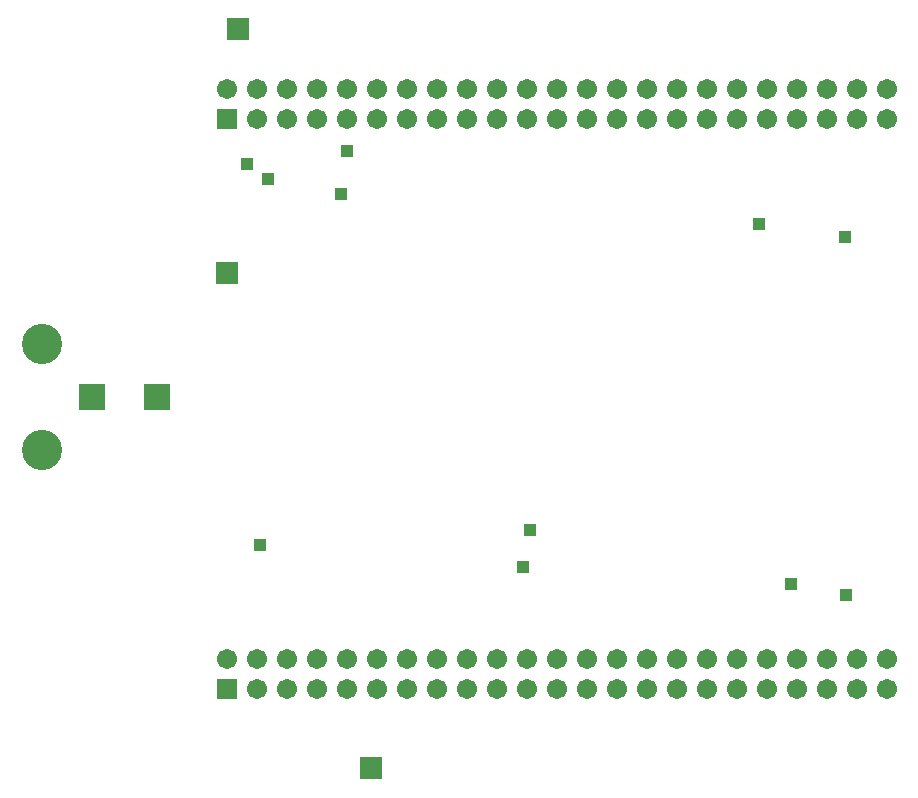
<source format=gbs>
G75*
%MOIN*%
%OFA0B0*%
%FSLAX24Y24*%
%IPPOS*%
%LPD*%
%AMOC8*
5,1,8,0,0,1.08239X$1,22.5*
%
%ADD10R,0.0907X0.0907*%
%ADD11C,0.1340*%
%ADD12R,0.0674X0.0674*%
%ADD13C,0.0674*%
%ADD14R,0.0730X0.0730*%
%ADD15R,0.0437X0.0437*%
D10*
X005583Y015650D03*
X007748Y015650D03*
D11*
X003930Y013878D03*
X003930Y017422D03*
D12*
X010083Y005900D03*
X010083Y024900D03*
D13*
X010083Y025900D03*
X011083Y025900D03*
X012083Y025900D03*
X012083Y024900D03*
X011083Y024900D03*
X013083Y024900D03*
X014083Y024900D03*
X014083Y025900D03*
X013083Y025900D03*
X015083Y025900D03*
X016083Y025900D03*
X017083Y025900D03*
X017083Y024900D03*
X016083Y024900D03*
X015083Y024900D03*
X018083Y024900D03*
X019083Y024900D03*
X019083Y025900D03*
X018083Y025900D03*
X020083Y025900D03*
X021083Y025900D03*
X021083Y024900D03*
X020083Y024900D03*
X022083Y024900D03*
X023083Y024900D03*
X023083Y025900D03*
X022083Y025900D03*
X024083Y025900D03*
X025083Y025900D03*
X025083Y024900D03*
X024083Y024900D03*
X026083Y024900D03*
X027083Y024900D03*
X028083Y024900D03*
X028083Y025900D03*
X027083Y025900D03*
X026083Y025900D03*
X029083Y025900D03*
X030083Y025900D03*
X030083Y024900D03*
X029083Y024900D03*
X031083Y024900D03*
X032083Y024900D03*
X032083Y025900D03*
X031083Y025900D03*
X031083Y006900D03*
X032083Y006900D03*
X032083Y005900D03*
X031083Y005900D03*
X030083Y005900D03*
X029083Y005900D03*
X028083Y005900D03*
X027083Y005900D03*
X026083Y005900D03*
X025083Y005900D03*
X024083Y005900D03*
X023083Y005900D03*
X022083Y005900D03*
X021083Y005900D03*
X020083Y005900D03*
X019083Y005900D03*
X018083Y005900D03*
X017083Y005900D03*
X016083Y005900D03*
X015083Y005900D03*
X014083Y005900D03*
X013083Y005900D03*
X012083Y005900D03*
X011083Y005900D03*
X011083Y006900D03*
X012083Y006900D03*
X013083Y006900D03*
X014083Y006900D03*
X015083Y006900D03*
X016083Y006900D03*
X017083Y006900D03*
X018083Y006900D03*
X019083Y006900D03*
X020083Y006900D03*
X021083Y006900D03*
X022083Y006900D03*
X023083Y006900D03*
X024083Y006900D03*
X025083Y006900D03*
X026083Y006900D03*
X027083Y006900D03*
X028083Y006900D03*
X029083Y006900D03*
X030083Y006900D03*
X010083Y006900D03*
D14*
X014896Y003275D03*
X010083Y019775D03*
X010458Y027900D03*
D15*
X014083Y023838D03*
X013896Y022400D03*
X011458Y022900D03*
X010771Y023400D03*
X020208Y011213D03*
X019958Y009963D03*
X011208Y010713D03*
X027833Y021400D03*
X030708Y020963D03*
X028896Y009400D03*
X030739Y009056D03*
M02*

</source>
